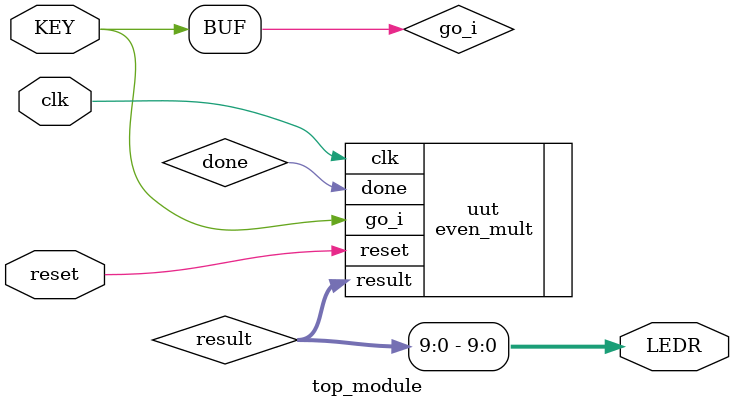
<source format=v>
module top_module (
    input clk,
    input reset,
    input [0:0] KEY,
    output [9:0] LEDR
);

    wire [15:0] result;
    wire [15:0] mem_data, product;
	 wire [4:0] i, j ;
    wire done, is_even;

    wire go_i = KEY[0];  // or use edge detection for better accuracy

    even_mult uut (
        .clk(clk),
        .reset(reset),
        .go_i(go_i),
        .result(result),
        .done(done)
    );
	 
	 

    assign LEDR = result[9:0]; // Display lower 10 bits of result

endmodule

</source>
